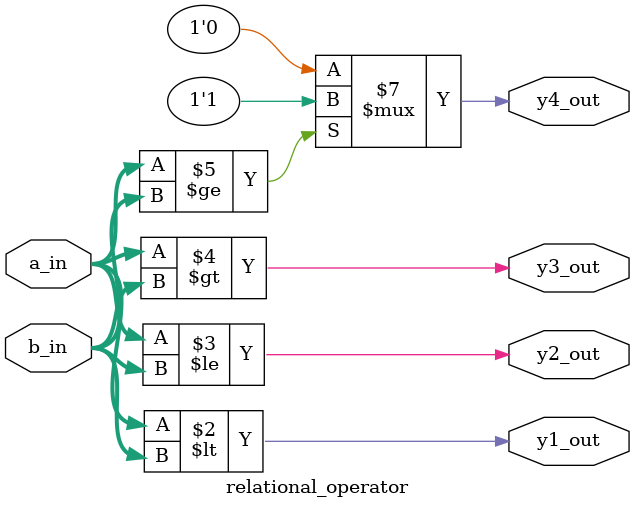
<source format=v>
module relational_operator(input [7:0] a_in, b_in, output reg y1_out, y2_out, y3_out, y4_out);

always @(a_in, b_in)
begin
// less than < operator
y1_out = a_in < b_in;
// less than equal to <= operator
y2_out = a_in <= b_in;

y3_out = a_in > b_in;

if (a_in >= b_in)
y4_out =1;
else
y4_out = 0;
end


endmodule
</source>
